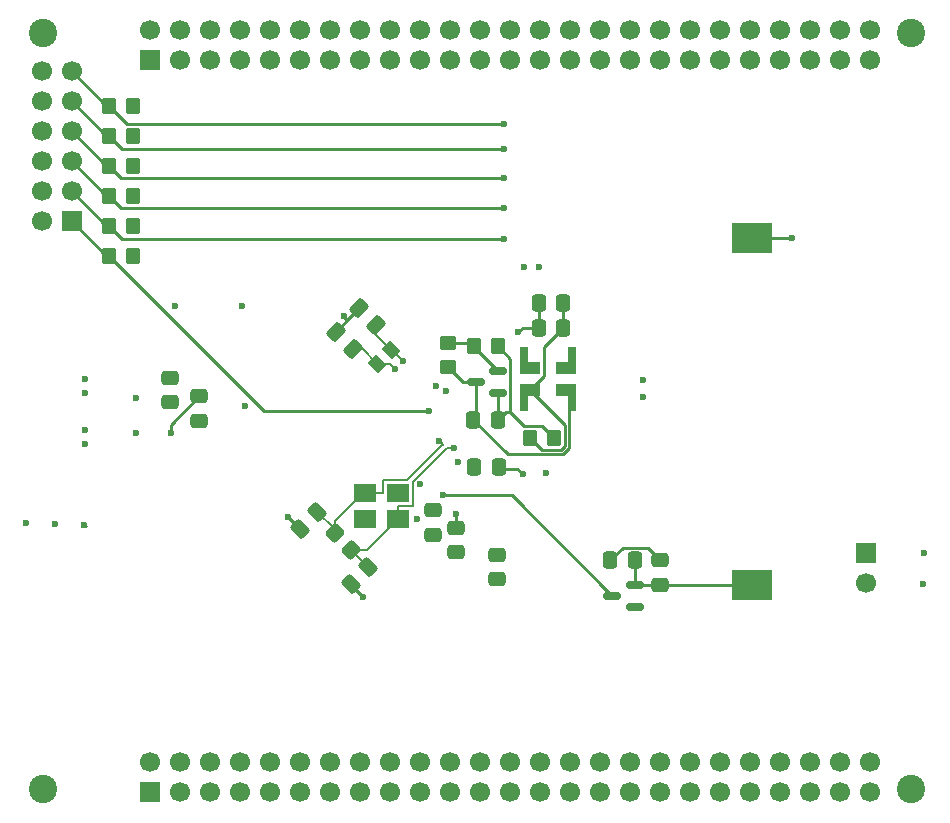
<source format=gbr>
%TF.GenerationSoftware,KiCad,Pcbnew,9.0.1*%
%TF.CreationDate,2025-04-21T04:08:05+03:00*%
%TF.ProjectId,k1921vg015_devboard,6b313932-3176-4673-9031-355f64657662,rev?*%
%TF.SameCoordinates,Original*%
%TF.FileFunction,Copper,L4,Bot*%
%TF.FilePolarity,Positive*%
%FSLAX46Y46*%
G04 Gerber Fmt 4.6, Leading zero omitted, Abs format (unit mm)*
G04 Created by KiCad (PCBNEW 9.0.1) date 2025-04-21 04:08:05*
%MOMM*%
%LPD*%
G01*
G04 APERTURE LIST*
G04 Aperture macros list*
%AMRoundRect*
0 Rectangle with rounded corners*
0 $1 Rounding radius*
0 $2 $3 $4 $5 $6 $7 $8 $9 X,Y pos of 4 corners*
0 Add a 4 corners polygon primitive as box body*
4,1,4,$2,$3,$4,$5,$6,$7,$8,$9,$2,$3,0*
0 Add four circle primitives for the rounded corners*
1,1,$1+$1,$2,$3*
1,1,$1+$1,$4,$5*
1,1,$1+$1,$6,$7*
1,1,$1+$1,$8,$9*
0 Add four rect primitives between the rounded corners*
20,1,$1+$1,$2,$3,$4,$5,0*
20,1,$1+$1,$4,$5,$6,$7,0*
20,1,$1+$1,$6,$7,$8,$9,0*
20,1,$1+$1,$8,$9,$2,$3,0*%
%AMRotRect*
0 Rectangle, with rotation*
0 The origin of the aperture is its center*
0 $1 length*
0 $2 width*
0 $3 Rotation angle, in degrees counterclockwise*
0 Add horizontal line*
21,1,$1,$2,0,0,$3*%
%AMFreePoly0*
4,1,7,0.500000,-0.850000,-0.500000,-0.850000,-0.500000,0.150000,-1.800000,0.150000,-1.800000,0.850000,0.500000,0.850000,0.500000,-0.850000,0.500000,-0.850000,$1*%
%AMFreePoly1*
4,1,7,1.800000,0.150000,0.500000,0.150000,0.500000,-0.850000,-0.500000,-0.850000,-0.500000,0.850000,1.800000,0.850000,1.800000,0.150000,1.800000,0.150000,$1*%
G04 Aperture macros list end*
%TA.AperFunction,SMDPad,CuDef*%
%ADD10RoundRect,0.250000X0.337500X0.475000X-0.337500X0.475000X-0.337500X-0.475000X0.337500X-0.475000X0*%
%TD*%
%TA.AperFunction,SMDPad,CuDef*%
%ADD11RoundRect,0.150000X0.587500X0.150000X-0.587500X0.150000X-0.587500X-0.150000X0.587500X-0.150000X0*%
%TD*%
%TA.AperFunction,SMDPad,CuDef*%
%ADD12R,3.510000X2.540000*%
%TD*%
%TA.AperFunction,ComponentPad*%
%ADD13R,1.700000X1.700000*%
%TD*%
%TA.AperFunction,ComponentPad*%
%ADD14C,1.700000*%
%TD*%
%TA.AperFunction,SMDPad,CuDef*%
%ADD15RoundRect,0.250000X-0.337500X-0.475000X0.337500X-0.475000X0.337500X0.475000X-0.337500X0.475000X0*%
%TD*%
%TA.AperFunction,SMDPad,CuDef*%
%ADD16RoundRect,0.250000X-0.475000X0.337500X-0.475000X-0.337500X0.475000X-0.337500X0.475000X0.337500X0*%
%TD*%
%TA.AperFunction,SMDPad,CuDef*%
%ADD17RoundRect,0.250000X-0.097227X0.574524X-0.574524X0.097227X0.097227X-0.574524X0.574524X-0.097227X0*%
%TD*%
%TA.AperFunction,SMDPad,CuDef*%
%ADD18RoundRect,0.250000X0.475000X-0.337500X0.475000X0.337500X-0.475000X0.337500X-0.475000X-0.337500X0*%
%TD*%
%TA.AperFunction,SMDPad,CuDef*%
%ADD19RoundRect,0.250000X0.574524X0.097227X0.097227X0.574524X-0.574524X-0.097227X-0.097227X-0.574524X0*%
%TD*%
%TA.AperFunction,SMDPad,CuDef*%
%ADD20RoundRect,0.250000X0.350000X0.450000X-0.350000X0.450000X-0.350000X-0.450000X0.350000X-0.450000X0*%
%TD*%
%TA.AperFunction,SMDPad,CuDef*%
%ADD21RotRect,1.050000X1.200000X225.000000*%
%TD*%
%TA.AperFunction,SMDPad,CuDef*%
%ADD22RoundRect,0.250000X0.450000X-0.350000X0.450000X0.350000X-0.450000X0.350000X-0.450000X-0.350000X0*%
%TD*%
%TA.AperFunction,SMDPad,CuDef*%
%ADD23R,1.950000X1.650000*%
%TD*%
%TA.AperFunction,SMDPad,CuDef*%
%ADD24FreePoly0,270.000000*%
%TD*%
%TA.AperFunction,SMDPad,CuDef*%
%ADD25FreePoly1,270.000000*%
%TD*%
%TA.AperFunction,SMDPad,CuDef*%
%ADD26FreePoly0,90.000000*%
%TD*%
%TA.AperFunction,SMDPad,CuDef*%
%ADD27FreePoly1,90.000000*%
%TD*%
%TA.AperFunction,SMDPad,CuDef*%
%ADD28RoundRect,0.250000X-0.350000X-0.450000X0.350000X-0.450000X0.350000X0.450000X-0.350000X0.450000X0*%
%TD*%
%TA.AperFunction,SMDPad,CuDef*%
%ADD29RoundRect,0.250000X-0.565685X-0.070711X-0.070711X-0.565685X0.565685X0.070711X0.070711X0.565685X0*%
%TD*%
%TA.AperFunction,ViaPad*%
%ADD30C,2.400000*%
%TD*%
%TA.AperFunction,ViaPad*%
%ADD31C,0.600000*%
%TD*%
%TA.AperFunction,Conductor*%
%ADD32C,0.250000*%
%TD*%
%TA.AperFunction,Conductor*%
%ADD33C,0.200000*%
%TD*%
G04 APERTURE END LIST*
D10*
%TO.P,C12,2*%
%TO.N,GND*%
X51012500Y-12600000D03*
%TO.P,C12,1*%
%TO.N,V_BAT*%
X53087500Y-12600000D03*
%TD*%
D11*
%TO.P,D1,3*%
%TO.N,Net-(D2-V_BAT)*%
X51212500Y-15630000D03*
%TO.P,D1,2*%
%TO.N,+3V3*%
X53087500Y-16580000D03*
%TO.P,D1,1*%
%TO.N,V_BAT*%
X53087500Y-14680000D03*
%TD*%
D12*
%TO.P,BT1,2,-*%
%TO.N,GND*%
X63000000Y14680000D03*
%TO.P,BT1,1,+*%
%TO.N,V_BAT*%
X63000000Y-14680000D03*
%TD*%
D13*
%TO.P,J3,1,Pin_1*%
%TO.N,/RST*%
X5420000Y16080000D03*
D14*
%TO.P,J3,2,Pin_2*%
%TO.N,+3V3*%
X2880000Y16080000D03*
%TO.P,J3,3,Pin_3*%
%TO.N,/TRST*%
X5420000Y18620000D03*
%TO.P,J3,4,Pin_4*%
%TO.N,GND*%
X2880000Y18620000D03*
%TO.P,J3,5,Pin_5*%
%TO.N,/TCK*%
X5420000Y21160000D03*
%TO.P,J3,6,Pin_6*%
%TO.N,GND*%
X2880000Y21160000D03*
%TO.P,J3,7,Pin_7*%
%TO.N,/TDI*%
X5420000Y23700000D03*
%TO.P,J3,8,Pin_8*%
%TO.N,GND*%
X2880000Y23700000D03*
%TO.P,J3,9,Pin_9*%
%TO.N,/TDO*%
X5420000Y26240000D03*
%TO.P,J3,10,Pin_10*%
%TO.N,GND*%
X2880000Y26240000D03*
%TO.P,J3,11,Pin_11*%
%TO.N,/TMS*%
X5420000Y28780000D03*
%TO.P,J3,12,Pin_12*%
%TO.N,GND*%
X2880000Y28780000D03*
%TD*%
D13*
%TO.P,J2,1,Pin_1*%
%TO.N,/WAKEUP0*%
X12020000Y29725000D03*
D14*
%TO.P,J2,2,Pin_2*%
%TO.N,/WAKEUP1*%
X12020000Y32265000D03*
%TO.P,J2,3,Pin_3*%
%TO.N,/WAKEUP2*%
X14560000Y29725000D03*
%TO.P,J2,4,Pin_4*%
%TO.N,unconnected-(J2-Pin_4-Pad4)*%
X14560000Y32265000D03*
%TO.P,J2,5,Pin_5*%
%TO.N,unconnected-(J2-Pin_5-Pad5)*%
X17100000Y29725000D03*
%TO.P,J2,6,Pin_6*%
%TO.N,unconnected-(J2-Pin_6-Pad6)*%
X17100000Y32265000D03*
%TO.P,J2,7,Pin_7*%
%TO.N,unconnected-(J2-Pin_7-Pad7)*%
X19640000Y29725000D03*
%TO.P,J2,8,Pin_8*%
%TO.N,unconnected-(J2-Pin_8-Pad8)*%
X19640000Y32265000D03*
%TO.P,J2,9,Pin_9*%
%TO.N,/PA14*%
X22180000Y29725000D03*
%TO.P,J2,10,Pin_10*%
%TO.N,/PA15*%
X22180000Y32265000D03*
%TO.P,J2,11,Pin_11*%
%TO.N,/PA12*%
X24720000Y29725000D03*
%TO.P,J2,12,Pin_12*%
%TO.N,/PA13*%
X24720000Y32265000D03*
%TO.P,J2,13,Pin_13*%
%TO.N,/PA10*%
X27260000Y29725000D03*
%TO.P,J2,14,Pin_14*%
%TO.N,/PA11*%
X27260000Y32265000D03*
%TO.P,J2,15,Pin_15*%
%TO.N,/PA8*%
X29800000Y29725000D03*
%TO.P,J2,16,Pin_16*%
%TO.N,/PA9*%
X29800000Y32265000D03*
%TO.P,J2,17,Pin_17*%
%TO.N,/PA6*%
X32340000Y29725000D03*
%TO.P,J2,18,Pin_18*%
%TO.N,/PA7*%
X32340000Y32265000D03*
%TO.P,J2,19,Pin_19*%
%TO.N,/PA4*%
X34880000Y29725000D03*
%TO.P,J2,20,Pin_20*%
%TO.N,/PA5*%
X34880000Y32265000D03*
%TO.P,J2,21,Pin_21*%
%TO.N,/PA2*%
X37420000Y29725000D03*
%TO.P,J2,22,Pin_22*%
%TO.N,/PA3*%
X37420000Y32265000D03*
%TO.P,J2,23,Pin_23*%
%TO.N,/PA0*%
X39960000Y29725000D03*
%TO.P,J2,24,Pin_24*%
%TO.N,/PA1*%
X39960000Y32265000D03*
%TO.P,J2,25,Pin_25*%
%TO.N,unconnected-(J2-Pin_25-Pad25)*%
X42500000Y29725000D03*
%TO.P,J2,26,Pin_26*%
%TO.N,unconnected-(J2-Pin_26-Pad26)*%
X42500000Y32265000D03*
%TO.P,J2,27,Pin_27*%
%TO.N,unconnected-(J2-Pin_27-Pad27)*%
X45040000Y29725000D03*
%TO.P,J2,28,Pin_28*%
%TO.N,unconnected-(J2-Pin_28-Pad28)*%
X45040000Y32265000D03*
%TO.P,J2,29,Pin_29*%
%TO.N,unconnected-(J2-Pin_29-Pad29)*%
X47580000Y29725000D03*
%TO.P,J2,30,Pin_30*%
%TO.N,unconnected-(J2-Pin_30-Pad30)*%
X47580000Y32265000D03*
%TO.P,J2,31,Pin_31*%
%TO.N,unconnected-(J2-Pin_31-Pad31)*%
X50120000Y29725000D03*
%TO.P,J2,32,Pin_32*%
%TO.N,/PB15*%
X50120000Y32265000D03*
%TO.P,J2,33,Pin_33*%
%TO.N,/PB14*%
X52660000Y29725000D03*
%TO.P,J2,34,Pin_34*%
%TO.N,/PB13*%
X52660000Y32265000D03*
%TO.P,J2,35,Pin_35*%
%TO.N,/PB12*%
X55200000Y29725000D03*
%TO.P,J2,36,Pin_36*%
%TO.N,/PB11*%
X55200000Y32265000D03*
%TO.P,J2,37,Pin_37*%
%TO.N,/PB10*%
X57740000Y29725000D03*
%TO.P,J2,38,Pin_38*%
%TO.N,/PB9*%
X57740000Y32265000D03*
%TO.P,J2,39,Pin_39*%
%TO.N,/PB8*%
X60280000Y29725000D03*
%TO.P,J2,40,Pin_40*%
%TO.N,unconnected-(J2-Pin_40-Pad40)*%
X60280000Y32265000D03*
%TO.P,J2,41,Pin_41*%
%TO.N,/PB7*%
X62820000Y29725000D03*
%TO.P,J2,42,Pin_42*%
%TO.N,/PB6*%
X62820000Y32265000D03*
%TO.P,J2,43,Pin_43*%
%TO.N,/PB5*%
X65360000Y29725000D03*
%TO.P,J2,44,Pin_44*%
%TO.N,/PB4*%
X65360000Y32265000D03*
%TO.P,J2,45,Pin_45*%
%TO.N,/PB3*%
X67900000Y29725000D03*
%TO.P,J2,46,Pin_46*%
%TO.N,/PB2*%
X67900000Y32265000D03*
%TO.P,J2,47,Pin_47*%
%TO.N,/PB1*%
X70440000Y29725000D03*
%TO.P,J2,48,Pin_48*%
%TO.N,/PB0*%
X70440000Y32265000D03*
%TO.P,J2,49,Pin_49*%
%TO.N,unconnected-(J2-Pin_49-Pad49)*%
X72980000Y29725000D03*
%TO.P,J2,50,Pin_50*%
%TO.N,unconnected-(J2-Pin_50-Pad50)*%
X72980000Y32265000D03*
%TD*%
D13*
%TO.P,J4,1,Pin_1*%
%TO.N,Net-(J4-Pin_1)*%
X72700000Y-12025000D03*
D14*
%TO.P,J4,2,Pin_2*%
%TO.N,/SERVEN*%
X72700000Y-14565000D03*
%TD*%
D13*
%TO.P,J1,1,Pin_1*%
%TO.N,/AT_IN0*%
X12020000Y-32275000D03*
D14*
%TO.P,J1,2,Pin_2*%
%TO.N,/AT_IN1*%
X12020000Y-29735000D03*
%TO.P,J1,3,Pin_3*%
%TO.N,/AT_IN2*%
X14560000Y-32275000D03*
%TO.P,J1,4,Pin_4*%
%TO.N,/AT_OUT*%
X14560000Y-29735000D03*
%TO.P,J1,5,Pin_5*%
%TO.N,/CMP_INN0*%
X17100000Y-32275000D03*
%TO.P,J1,6,Pin_6*%
%TO.N,/CMP_INP0*%
X17100000Y-29735000D03*
%TO.P,J1,7,Pin_7*%
%TO.N,/CMP_INN1*%
X19640000Y-32275000D03*
%TO.P,J1,8,Pin_8*%
%TO.N,/CMP_INP1*%
X19640000Y-29735000D03*
%TO.P,J1,9,Pin_9*%
%TO.N,unconnected-(J1-Pin_9-Pad9)*%
X22180000Y-32275000D03*
%TO.P,J1,10,Pin_10*%
%TO.N,unconnected-(J1-Pin_10-Pad10)*%
X22180000Y-29735000D03*
%TO.P,J1,11,Pin_11*%
%TO.N,unconnected-(J1-Pin_11-Pad11)*%
X24720000Y-32275000D03*
%TO.P,J1,12,Pin_12*%
%TO.N,unconnected-(J1-Pin_12-Pad12)*%
X24720000Y-29735000D03*
%TO.P,J1,13,Pin_13*%
%TO.N,unconnected-(J1-Pin_13-Pad13)*%
X27260000Y-32275000D03*
%TO.P,J1,14,Pin_14*%
%TO.N,unconnected-(J1-Pin_14-Pad14)*%
X27260000Y-29735000D03*
%TO.P,J1,15,Pin_15*%
%TO.N,unconnected-(J1-Pin_15-Pad15)*%
X29800000Y-32275000D03*
%TO.P,J1,16,Pin_16*%
%TO.N,unconnected-(J1-Pin_16-Pad16)*%
X29800000Y-29735000D03*
%TO.P,J1,17,Pin_17*%
%TO.N,unconnected-(J1-Pin_17-Pad17)*%
X32340000Y-32275000D03*
%TO.P,J1,18,Pin_18*%
%TO.N,unconnected-(J1-Pin_18-Pad18)*%
X32340000Y-29735000D03*
%TO.P,J1,19,Pin_19*%
%TO.N,unconnected-(J1-Pin_19-Pad19)*%
X34880000Y-32275000D03*
%TO.P,J1,20,Pin_20*%
%TO.N,unconnected-(J1-Pin_20-Pad20)*%
X34880000Y-29735000D03*
%TO.P,J1,21,Pin_21*%
%TO.N,/ADC_CH0*%
X37420000Y-32275000D03*
%TO.P,J1,22,Pin_22*%
%TO.N,/ADC_CH1*%
X37420000Y-29735000D03*
%TO.P,J1,23,Pin_23*%
%TO.N,/ADC_CH2*%
X39960000Y-32275000D03*
%TO.P,J1,24,Pin_24*%
%TO.N,/ADC_CH3*%
X39960000Y-29735000D03*
%TO.P,J1,25,Pin_25*%
%TO.N,unconnected-(J1-Pin_25-Pad25)*%
X42500000Y-32275000D03*
%TO.P,J1,26,Pin_26*%
%TO.N,/ADC_CH4*%
X42500000Y-29735000D03*
%TO.P,J1,27,Pin_27*%
%TO.N,/ADC_CH6*%
X45040000Y-32275000D03*
%TO.P,J1,28,Pin_28*%
%TO.N,/ADC_CH5*%
X45040000Y-29735000D03*
%TO.P,J1,29,Pin_29*%
%TO.N,/ADC_CH7*%
X47580000Y-32275000D03*
%TO.P,J1,30,Pin_30*%
%TO.N,unconnected-(J1-Pin_30-Pad30)*%
X47580000Y-29735000D03*
%TO.P,J1,31,Pin_31*%
%TO.N,unconnected-(J1-Pin_31-Pad31)*%
X50120000Y-32275000D03*
%TO.P,J1,32,Pin_32*%
%TO.N,unconnected-(J1-Pin_32-Pad32)*%
X50120000Y-29735000D03*
%TO.P,J1,33,Pin_33*%
%TO.N,unconnected-(J1-Pin_33-Pad33)*%
X52660000Y-32275000D03*
%TO.P,J1,34,Pin_34*%
%TO.N,/PC0*%
X52660000Y-29735000D03*
%TO.P,J1,35,Pin_35*%
%TO.N,/PC1*%
X55200000Y-32275000D03*
%TO.P,J1,36,Pin_36*%
%TO.N,/PC2*%
X55200000Y-29735000D03*
%TO.P,J1,37,Pin_37*%
%TO.N,/PC3*%
X57740000Y-32275000D03*
%TO.P,J1,38,Pin_38*%
%TO.N,/PC4*%
X57740000Y-29735000D03*
%TO.P,J1,39,Pin_39*%
%TO.N,/PC5*%
X60280000Y-32275000D03*
%TO.P,J1,40,Pin_40*%
%TO.N,/PC6*%
X60280000Y-29735000D03*
%TO.P,J1,41,Pin_41*%
%TO.N,/PC7*%
X62820000Y-32275000D03*
%TO.P,J1,42,Pin_42*%
%TO.N,/PC8*%
X62820000Y-29735000D03*
%TO.P,J1,43,Pin_43*%
%TO.N,/PC9*%
X65360000Y-32275000D03*
%TO.P,J1,44,Pin_44*%
%TO.N,/PC10*%
X65360000Y-29735000D03*
%TO.P,J1,45,Pin_45*%
%TO.N,/PC11*%
X67900000Y-32275000D03*
%TO.P,J1,46,Pin_46*%
%TO.N,/PC12*%
X67900000Y-29735000D03*
%TO.P,J1,47,Pin_47*%
%TO.N,/PC13*%
X70440000Y-32275000D03*
%TO.P,J1,48,Pin_48*%
%TO.N,/PC14*%
X70440000Y-29735000D03*
%TO.P,J1,49,Pin_49*%
%TO.N,/PC15*%
X72980000Y-32275000D03*
%TO.P,J1,50,Pin_50*%
%TO.N,unconnected-(J1-Pin_50-Pad50)*%
X72980000Y-29735000D03*
%TD*%
D15*
%TO.P,C4,1*%
%TO.N,Net-(D2-VBAT_CAP)*%
X39500000Y-4700000D03*
%TO.P,C4,2*%
%TO.N,GND*%
X41575000Y-4700000D03*
%TD*%
D16*
%TO.P,C2,1*%
%TO.N,Net-(D2-VAON_CAP)*%
X36000000Y-8362500D03*
%TO.P,C2,2*%
%TO.N,GND*%
X36000000Y-10437500D03*
%TD*%
D10*
%TO.P,C10,1*%
%TO.N,+3V3(A)*%
X47030000Y7025000D03*
%TO.P,C10,2*%
%TO.N,GND(A)*%
X44955000Y7025000D03*
%TD*%
D17*
%TO.P,C14,1*%
%TO.N,/OSC_N*%
X30533623Y-13199977D03*
%TO.P,C14,2*%
%TO.N,GND*%
X29066377Y-14667223D03*
%TD*%
D18*
%TO.P,C6,1*%
%TO.N,+3V3*%
X13750000Y750000D03*
%TO.P,C6,2*%
%TO.N,GND*%
X13750000Y2825000D03*
%TD*%
D16*
%TO.P,C1,1*%
%TO.N,Net-(D2-VCORE_CAP)*%
X38000000Y-9862500D03*
%TO.P,C1,2*%
%TO.N,GND*%
X38000000Y-11937500D03*
%TD*%
%TO.P,C3,1*%
%TO.N,Net-(D2-SDADC_CAP)*%
X41400000Y-12162500D03*
%TO.P,C3,2*%
%TO.N,GND*%
X41400000Y-14237500D03*
%TD*%
D19*
%TO.P,C17,1*%
%TO.N,/RTC_N*%
X31233623Y7266377D03*
%TO.P,C17,2*%
%TO.N,GND*%
X29766377Y8733623D03*
%TD*%
D20*
%TO.P,R7,1*%
%TO.N,+3V3*%
X10600000Y25850000D03*
%TO.P,R7,2*%
%TO.N,/TMS*%
X8600000Y25850000D03*
%TD*%
D21*
%TO.P,Y2,1,1*%
%TO.N,/RTC_N*%
X32474363Y5181963D03*
%TO.P,Y2,2,2*%
%TO.N,/RTC_P*%
X31307637Y4015237D03*
%TD*%
D19*
%TO.P,C18,1*%
%TO.N,/RTC_P*%
X29233623Y5266377D03*
%TO.P,C18,2*%
%TO.N,GND*%
X27766377Y6733623D03*
%TD*%
D20*
%TO.P,R2,1*%
%TO.N,GND*%
X10600000Y18230000D03*
%TO.P,R2,2*%
%TO.N,/TCK*%
X8600000Y18230000D03*
%TD*%
%TO.P,R6,1*%
%TO.N,+3V3*%
X10600000Y20770000D03*
%TO.P,R6,2*%
%TO.N,/TDI*%
X8600000Y20770000D03*
%TD*%
D17*
%TO.P,C15,1*%
%TO.N,/OSC_P*%
X26233623Y-8516377D03*
%TO.P,C15,2*%
%TO.N,GND*%
X24766377Y-9983623D03*
%TD*%
D22*
%TO.P,R12,1*%
%TO.N,GND(A)*%
X37250000Y3750000D03*
%TO.P,R12,2*%
%TO.N,Net-(U2-REF)*%
X37250000Y5750000D03*
%TD*%
D23*
%TO.P,Y3,1,1*%
%TO.N,/OSC_N*%
X33033700Y-9112799D03*
%TO.P,Y3,2*%
%TO.N,N/C*%
X30283700Y-9112801D03*
%TO.P,Y3,3,3*%
%TO.N,/OSC_P*%
X30283700Y-6912801D03*
%TO.P,Y3,4*%
%TO.N,N/C*%
X33033700Y-6912799D03*
%TD*%
D20*
%TO.P,R3,1*%
%TO.N,GND*%
X10600000Y15690000D03*
%TO.P,R3,2*%
%TO.N,/TRST*%
X8600000Y15690000D03*
%TD*%
%TO.P,R5,1*%
%TO.N,+3V3*%
X10600000Y13150000D03*
%TO.P,R5,2*%
%TO.N,/RST*%
X8600000Y13150000D03*
%TD*%
D16*
%TO.P,C5,1*%
%TO.N,5V*%
X16250000Y1250000D03*
%TO.P,C5,2*%
%TO.N,GND*%
X16250000Y-825000D03*
%TD*%
D24*
%TO.P,L1,1,1*%
%TO.N,+3V3*%
X47250000Y3700000D03*
D25*
%TO.P,L1,2,2*%
%TO.N,GND(A)*%
X47250000Y1800000D03*
D26*
%TO.P,L1,3,3*%
%TO.N,+3V3(A)*%
X44250000Y1800000D03*
D27*
%TO.P,L1,4,4*%
%TO.N,GND*%
X44250000Y3700000D03*
%TD*%
D20*
%TO.P,R13,1*%
%TO.N,AREF*%
X46250000Y-2250000D03*
%TO.P,R13,2*%
%TO.N,+3V3(A)*%
X44250000Y-2250000D03*
%TD*%
D11*
%TO.P,U2,1,REF*%
%TO.N,Net-(U2-REF)*%
X41500000Y3450000D03*
%TO.P,U2,2,K*%
%TO.N,AREF*%
X41500000Y1550000D03*
%TO.P,U2,3,A*%
%TO.N,GND(A)*%
X39625000Y2500000D03*
%TD*%
D28*
%TO.P,R11,1*%
%TO.N,Net-(U2-REF)*%
X39500000Y5500000D03*
%TO.P,R11,2*%
%TO.N,AREF*%
X41500000Y5500000D03*
%TD*%
D18*
%TO.P,C11,1*%
%TO.N,V_BAT*%
X55275000Y-14680000D03*
%TO.P,C11,2*%
%TO.N,GND*%
X55275000Y-12605000D03*
%TD*%
D10*
%TO.P,C9,1*%
%TO.N,+3V3(A)*%
X47030000Y9175000D03*
%TO.P,C9,2*%
%TO.N,GND(A)*%
X44955000Y9175000D03*
%TD*%
%TO.P,C13,1*%
%TO.N,AREF*%
X41500000Y-750000D03*
%TO.P,C13,2*%
%TO.N,GND(A)*%
X39425000Y-750000D03*
%TD*%
D29*
%TO.P,R14,1*%
%TO.N,/OSC_P*%
X27692893Y-10292893D03*
%TO.P,R14,2*%
%TO.N,/OSC_N*%
X29107107Y-11707107D03*
%TD*%
D20*
%TO.P,R4,1*%
%TO.N,+3V3*%
X10600000Y23310000D03*
%TO.P,R4,2*%
%TO.N,/TDO*%
X8600000Y23310000D03*
%TD*%
D30*
%TO.N,GND*%
X76500000Y32000000D03*
X76500000Y-32000000D03*
X3000000Y-32000000D03*
X3000000Y32000000D03*
D31*
X6500000Y-9600000D03*
X4000000Y-9575000D03*
X1575000Y-9500000D03*
%TO.N,+3V3*%
X45575000Y-5200000D03*
X34625000Y-9150000D03*
X38175000Y-4300000D03*
%TO.N,GND*%
X34900000Y-6200000D03*
X66400000Y14675000D03*
X53800000Y2650000D03*
%TO.N,+3V3*%
X53800000Y1175000D03*
%TO.N,GND*%
X44250000Y3700000D03*
%TO.N,+3V3*%
X47250000Y3675000D03*
%TO.N,AREF*%
X46475000Y-2650000D03*
%TO.N,GND(A)*%
X39425000Y-750000D03*
%TO.N,GND*%
X43603679Y-5346321D03*
%TO.N,+3V3(A)*%
X44250000Y-2250000D03*
%TO.N,/RST*%
X35650000Y25000D03*
%TO.N,+3V3*%
X37125000Y1750000D03*
%TO.N,/TRST*%
X42050000Y14625000D03*
%TO.N,GND*%
X36275000Y2100000D03*
%TO.N,/RTC_P*%
X32800000Y3575000D03*
%TO.N,/RTC_N*%
X33500000Y4250000D03*
%TO.N,GND*%
X28475000Y8025000D03*
%TO.N,+3V3*%
X43684404Y12190596D03*
%TO.N,GND*%
X45025000Y12200000D03*
%TO.N,/TCK*%
X42050000Y17200000D03*
%TO.N,/TDI*%
X42050000Y19750000D03*
%TO.N,/TDO*%
X42025000Y22225000D03*
%TO.N,/TMS*%
X42050000Y24300000D03*
%TO.N,+3V3*%
X10600000Y25850000D03*
X10550000Y23350000D03*
X10625000Y20750000D03*
%TO.N,GND*%
X10475000Y18175000D03*
X10675000Y15675000D03*
%TO.N,+3V3*%
X10650000Y13075000D03*
X19850000Y8950000D03*
%TO.N,GND*%
X14200000Y8925000D03*
%TO.N,+3V3*%
X53400000Y-16625000D03*
%TO.N,GND*%
X77500000Y-14650000D03*
%TO.N,+3V3*%
X77575000Y-12000000D03*
%TO.N,Net-(D2-V_BAT)*%
X36825000Y-7125000D03*
%TO.N,GND*%
X51025000Y-12600000D03*
%TO.N,Net-(D2-VAON_CAP)*%
X36000000Y-8325000D03*
%TO.N,Net-(D2-VCORE_CAP)*%
X38000000Y-8725000D03*
%TO.N,Net-(D2-SDADC_CAP)*%
X41425000Y-12125000D03*
%TO.N,GND*%
X41450000Y-14225000D03*
X38000000Y-12000000D03*
X36050000Y-10475000D03*
%TO.N,/OSC_P*%
X36550000Y-2525000D03*
%TO.N,/OSC_N*%
X37760300Y-3089700D03*
%TO.N,GND*%
X30116377Y-15733623D03*
X23725000Y-8925000D03*
X16275000Y-900000D03*
%TO.N,5V*%
X13850000Y-1875000D03*
%TO.N,GND*%
X6550000Y2725000D03*
%TO.N,5V*%
X6525000Y1525000D03*
X6550000Y-1550000D03*
%TO.N,GND*%
X6550000Y-2775000D03*
X10875000Y-1800000D03*
X10900000Y1150000D03*
%TO.N,+3V3*%
X20125000Y425000D03*
X13850000Y500000D03*
%TO.N,GND*%
X13850000Y2800000D03*
%TO.N,GND(A)*%
X47250000Y1800000D03*
X43250000Y6675000D03*
%TO.N,Net-(D2-VBAT_CAP)*%
X39575000Y-4625000D03*
%TD*%
D32*
%TO.N,GND*%
X52076000Y-11549000D02*
X51025000Y-12600000D01*
X54219000Y-11549000D02*
X52076000Y-11549000D01*
X55275000Y-12605000D02*
X54219000Y-11549000D01*
X4000000Y-9550000D02*
X4000000Y-9575000D01*
X1600000Y-9525000D02*
X1575000Y-9500000D01*
X66395000Y14680000D02*
X66400000Y14675000D01*
X63000000Y14680000D02*
X66395000Y14680000D01*
%TO.N,+3V3*%
X47250000Y3700000D02*
X47250000Y3675000D01*
%TO.N,AREF*%
X46250000Y-2425000D02*
X46475000Y-2650000D01*
X46250000Y-2250000D02*
X46250000Y-2425000D01*
X42186500Y-63500D02*
X42563500Y-63500D01*
X41500000Y-750000D02*
X42186500Y-63500D01*
%TO.N,GND*%
X41550000Y-4800000D02*
X41575000Y-4775000D01*
X41650000Y-4900000D02*
X41550000Y-4800000D01*
X41575000Y-4775000D02*
X41575000Y-4700000D01*
X43157358Y-4900000D02*
X41650000Y-4900000D01*
X43603679Y-5346321D02*
X43157358Y-4900000D01*
%TO.N,/RST*%
X21725000Y25000D02*
X35650000Y25000D01*
X8600000Y13150000D02*
X21725000Y25000D01*
%TO.N,/TRST*%
X9665000Y14625000D02*
X42050000Y14625000D01*
X8600000Y15690000D02*
X9665000Y14625000D01*
D33*
%TO.N,/RTC_P*%
X32359763Y4015237D02*
X32800000Y3575000D01*
X31307637Y4015237D02*
X32359763Y4015237D01*
%TO.N,/RTC_N*%
X32568037Y5181963D02*
X33500000Y4250000D01*
X32474363Y5181963D02*
X32568037Y5181963D01*
D32*
%TO.N,GND*%
X28475000Y7975000D02*
X28475000Y8025000D01*
X28741377Y7708623D02*
X29766377Y8733623D01*
X28741377Y7708623D02*
X28475000Y7975000D01*
X27766377Y6733623D02*
X28741377Y7708623D01*
D33*
%TO.N,/RTC_P*%
X30056497Y5266377D02*
X31307637Y4015237D01*
X29233623Y5266377D02*
X30056497Y5266377D01*
%TO.N,/RTC_N*%
X31233623Y6422703D02*
X32474363Y5181963D01*
X31233623Y7266377D02*
X31233623Y6422703D01*
D32*
%TO.N,/TCK*%
X9630000Y17200000D02*
X42050000Y17200000D01*
X8600000Y18230000D02*
X9630000Y17200000D01*
%TO.N,/TDI*%
X42044000Y19744000D02*
X42050000Y19750000D01*
X9626000Y19744000D02*
X42044000Y19744000D01*
X8600000Y20770000D02*
X9626000Y19744000D01*
%TO.N,/TDO*%
X9685000Y22225000D02*
X42025000Y22225000D01*
X8600000Y23310000D02*
X9685000Y22225000D01*
%TO.N,/TMS*%
X42036000Y24314000D02*
X42050000Y24300000D01*
X42036000Y24336000D02*
X42036000Y24314000D01*
X10114000Y24336000D02*
X42036000Y24336000D01*
X8600000Y25850000D02*
X10114000Y24336000D01*
%TO.N,/RST*%
X8350000Y13150000D02*
X8600000Y13150000D01*
X5420000Y16080000D02*
X8350000Y13150000D01*
%TO.N,/TRST*%
X8350000Y15690000D02*
X8600000Y15690000D01*
X5420000Y18620000D02*
X8350000Y15690000D01*
%TO.N,/TCK*%
X8350000Y18230000D02*
X8600000Y18230000D01*
X5420000Y21160000D02*
X8350000Y18230000D01*
%TO.N,/TDI*%
X8350000Y20770000D02*
X8600000Y20770000D01*
X5420000Y23700000D02*
X8350000Y20770000D01*
%TO.N,/TDO*%
X8350000Y23310000D02*
X8600000Y23310000D01*
X5420000Y26240000D02*
X8350000Y23310000D01*
%TO.N,/TMS*%
X8350000Y25850000D02*
X5420000Y28780000D01*
X8600000Y25850000D02*
X8350000Y25850000D01*
%TO.N,+3V3*%
X10600000Y25850000D02*
X10725000Y25850000D01*
X10590000Y23310000D02*
X10550000Y23350000D01*
X10600000Y23310000D02*
X10590000Y23310000D01*
X10605000Y20770000D02*
X10625000Y20750000D01*
X10600000Y20770000D02*
X10605000Y20770000D01*
%TO.N,GND*%
X10530000Y18230000D02*
X10475000Y18175000D01*
X10600000Y18230000D02*
X10530000Y18230000D01*
X10660000Y15690000D02*
X10675000Y15675000D01*
X10600000Y15690000D02*
X10660000Y15690000D01*
%TO.N,+3V3*%
X10600000Y13125000D02*
X10650000Y13075000D01*
X10600000Y13150000D02*
X10600000Y13125000D01*
X53355000Y-16580000D02*
X53400000Y-16625000D01*
X53087500Y-16580000D02*
X53355000Y-16580000D01*
%TO.N,Net-(D2-V_BAT)*%
X42707500Y-7125000D02*
X36825000Y-7125000D01*
X51212500Y-15630000D02*
X42707500Y-7125000D01*
%TO.N,GND*%
X51012500Y-12600000D02*
X51025000Y-12600000D01*
%TO.N,Net-(D2-VAON_CAP)*%
X36000000Y-8362500D02*
X36000000Y-8325000D01*
%TO.N,Net-(D2-VCORE_CAP)*%
X38000000Y-9862500D02*
X38000000Y-8725000D01*
%TO.N,Net-(D2-SDADC_CAP)*%
X41400000Y-12150000D02*
X41425000Y-12125000D01*
X41400000Y-12162500D02*
X41400000Y-12150000D01*
%TO.N,GND*%
X41437500Y-14237500D02*
X41450000Y-14225000D01*
X41400000Y-14237500D02*
X41437500Y-14237500D01*
X38000000Y-11937500D02*
X38000000Y-12000000D01*
X38000000Y-12000000D02*
X38050000Y-12050000D01*
X36012500Y-10437500D02*
X36050000Y-10475000D01*
X36000000Y-10437500D02*
X36012500Y-10437500D01*
D33*
%TO.N,/OSC_P*%
X36550000Y-2500000D02*
X36550000Y-2525000D01*
X36825000Y-2800000D02*
X36550000Y-2525000D01*
X36825000Y-2800000D02*
X36825000Y-2825000D01*
%TO.N,/OSC_N*%
X37760300Y-3089700D02*
X37775000Y-3075000D01*
X37175000Y-3089700D02*
X37760300Y-3089700D01*
%TO.N,/OSC_P*%
X36725000Y-2900000D02*
X36825000Y-2800000D01*
X36725000Y-2903302D02*
X36725000Y-2900000D01*
%TO.N,/OSC_N*%
X34309700Y-5955000D02*
X37175000Y-3089700D01*
X34309700Y-8038799D02*
X34309700Y-5955000D01*
X33033700Y-8038799D02*
X34309700Y-8038799D01*
X33033700Y-9112799D02*
X33033700Y-8038799D01*
%TO.N,/OSC_P*%
X31757700Y-5786799D02*
X33841503Y-5786799D01*
X31757700Y-6912801D02*
X31757700Y-5786799D01*
X30283700Y-6912801D02*
X31757700Y-6912801D01*
X33841503Y-5786799D02*
X36725000Y-2903302D01*
X30081700Y-6912801D02*
X30283700Y-6912801D01*
X27692893Y-9301608D02*
X30081700Y-6912801D01*
X27692893Y-10292893D02*
X27692893Y-9301608D01*
%TO.N,/OSC_N*%
X30439392Y-11707107D02*
X33033700Y-9112799D01*
X29107107Y-11707107D02*
X30439392Y-11707107D01*
%TO.N,/OSC_P*%
X26233623Y-8516377D02*
X27692893Y-9975647D01*
X27692893Y-9975647D02*
X27692893Y-10292893D01*
%TO.N,/OSC_N*%
X29107107Y-11773461D02*
X29107107Y-11707107D01*
X30533623Y-13199977D02*
X29107107Y-11773461D01*
D32*
%TO.N,GND*%
X29075000Y-14675000D02*
X30116377Y-15716377D01*
X23725000Y-8942246D02*
X23725000Y-8925000D01*
X24766377Y-9983623D02*
X23725000Y-8942246D01*
%TO.N,5V*%
X13850000Y-1150000D02*
X13850000Y-1875000D01*
X16250000Y1250000D02*
X13850000Y-1150000D01*
%TO.N,GND*%
X16250000Y-875000D02*
X16275000Y-900000D01*
X16250000Y-825000D02*
X16250000Y-875000D01*
%TO.N,5V*%
X16250000Y1250000D02*
X16275000Y1250000D01*
%TO.N,GND*%
X6500000Y-9600000D02*
X6600000Y-9700000D01*
X6500000Y-9575000D02*
X6500000Y-9600000D01*
X1500000Y-9500000D02*
X1575000Y-9500000D01*
X13825000Y2825000D02*
X13850000Y2800000D01*
X13750000Y2825000D02*
X13825000Y2825000D01*
%TO.N,GND(A)*%
X43600000Y7025000D02*
X43250000Y6675000D01*
X44955000Y7025000D02*
X43600000Y7025000D01*
X44955000Y9175000D02*
X44955000Y7025000D01*
%TO.N,+3V3(A)*%
X45431000Y2981000D02*
X44250000Y1800000D01*
X47030000Y7025000D02*
X45431000Y5426000D01*
X45431000Y5426000D02*
X45431000Y2981000D01*
X47030000Y7025000D02*
X47030000Y9175000D01*
%TO.N,Net-(D2-VBAT_CAP)*%
X39500000Y-4700000D02*
X39575000Y-4625000D01*
%TO.N,Net-(U2-REF)*%
X39500000Y5450000D02*
X41500000Y3450000D01*
X39500000Y5500000D02*
X39500000Y5450000D01*
X39250000Y5750000D02*
X39500000Y5500000D01*
X37250000Y5750000D02*
X39250000Y5750000D01*
%TO.N,GND(A)*%
X37275000Y3750000D02*
X38525000Y2500000D01*
X38525000Y2500000D02*
X39625000Y2500000D01*
X37250000Y3750000D02*
X37275000Y3750000D01*
X39625000Y-550000D02*
X39425000Y-750000D01*
X39625000Y2500000D02*
X39625000Y-550000D01*
X42329000Y-3654000D02*
X39425000Y-750000D01*
X47002086Y-3654000D02*
X42329000Y-3654000D01*
X47554000Y-3102087D02*
X47002086Y-3654000D01*
X47554000Y1496000D02*
X47554000Y-3102087D01*
X47250000Y1800000D02*
X47554000Y1496000D01*
%TO.N,+3V3(A)*%
X47176000Y-1126000D02*
X44250000Y1800000D01*
X47176000Y-2945514D02*
X47176000Y-1126000D01*
X45276000Y-3276000D02*
X46845514Y-3276000D01*
X44250000Y-2250000D02*
X45276000Y-3276000D01*
X46845514Y-3276000D02*
X47176000Y-2945514D01*
%TO.N,AREF*%
X43724000Y-1224000D02*
X45224000Y-1224000D01*
X45224000Y-1224000D02*
X46250000Y-2250000D01*
X42563500Y4436500D02*
X42563500Y-63500D01*
X42563500Y-63500D02*
X43724000Y-1224000D01*
X41500000Y5500000D02*
X42563500Y4436500D01*
X41500000Y-750000D02*
X41500000Y1550000D01*
%TO.N,V_BAT*%
X53087500Y-14680000D02*
X53087500Y-12600000D01*
X55275000Y-14680000D02*
X53087500Y-14680000D01*
X63000000Y-14680000D02*
X55275000Y-14680000D01*
%TD*%
M02*

</source>
